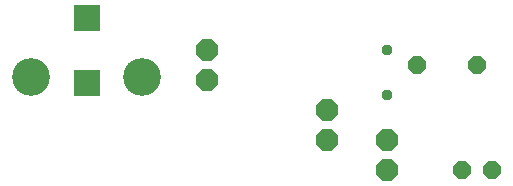
<source format=gbs>
G75*
%MOIN*%
%OFA0B0*%
%FSLAX25Y25*%
%IPPOS*%
%LPD*%
%AMOC8*
5,1,8,0,0,1.08239X$1,22.5*
%
%ADD10OC8,0.07100*%
%ADD11OC8,0.06000*%
%ADD12R,0.09068X0.09068*%
%ADD13C,0.12611*%
%ADD14C,0.03778*%
D10*
X0082000Y0067000D03*
X0082000Y0077000D03*
X0122000Y0057000D03*
X0122000Y0047000D03*
X0142000Y0047000D03*
X0142000Y0037000D03*
D11*
X0167000Y0037000D03*
X0177000Y0037000D03*
X0172000Y0072000D03*
X0152000Y0072000D03*
D12*
X0042000Y0066173D03*
X0042000Y0087827D03*
D13*
X0023496Y0067984D03*
X0060504Y0067984D03*
D14*
X0142000Y0062000D03*
X0142000Y0077000D03*
M02*

</source>
